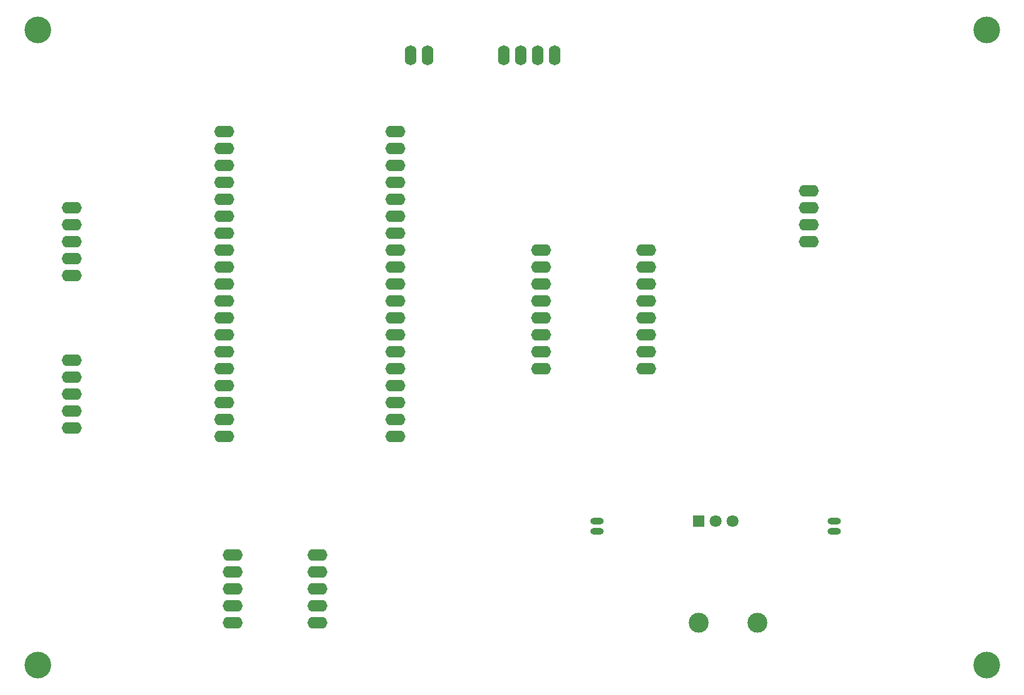
<source format=gbr>
%TF.GenerationSoftware,KiCad,Pcbnew,(5.1.6)-1*%
%TF.CreationDate,2020-07-01T11:51:41-05:00*%
%TF.ProjectId,Covid,436f7669-642e-46b6-9963-61645f706362,rev?*%
%TF.SameCoordinates,Original*%
%TF.FileFunction,Copper,L1,Top*%
%TF.FilePolarity,Positive*%
%FSLAX46Y46*%
G04 Gerber Fmt 4.6, Leading zero omitted, Abs format (unit mm)*
G04 Created by KiCad (PCBNEW (5.1.6)-1) date 2020-07-01 11:51:41*
%MOMM*%
%LPD*%
G01*
G04 APERTURE LIST*
%TA.AperFunction,ComponentPad*%
%ADD10O,3.000000X1.750000*%
%TD*%
%TA.AperFunction,ComponentPad*%
%ADD11O,1.750000X3.000000*%
%TD*%
%TA.AperFunction,ComponentPad*%
%ADD12C,1.800000*%
%TD*%
%TA.AperFunction,ComponentPad*%
%ADD13R,1.800000X1.800000*%
%TD*%
%TA.AperFunction,ComponentPad*%
%ADD14C,3.000000*%
%TD*%
%TA.AperFunction,ComponentPad*%
%ADD15O,2.000000X1.000000*%
%TD*%
%TA.AperFunction,ViaPad*%
%ADD16C,4.000000*%
%TD*%
G04 APERTURE END LIST*
D10*
%TO.P,U3,4*%
%TO.N,GND*%
X151130000Y-66040000D03*
%TO.P,U3,3*%
%TO.N,AUDIO-*%
X151130000Y-68580000D03*
%TO.P,U3,2*%
%TO.N,AUDIO+*%
X151130000Y-71120000D03*
%TO.P,U3,1*%
%TO.N,VCC_12V*%
X151130000Y-73660000D03*
%TD*%
%TO.P,U1,1*%
%TO.N,VCC_3V*%
X63500000Y-57150000D03*
%TO.P,U1,2*%
%TO.N,Net-(U1-Pad2)*%
X63500000Y-59690000D03*
%TO.P,U1,3*%
%TO.N,Net-(U1-Pad3)*%
X63500000Y-62230000D03*
%TO.P,U1,4*%
%TO.N,Net-(U1-Pad4)*%
X63500000Y-64770000D03*
%TO.P,U1,5*%
%TO.N,Net-(U1-Pad5)*%
X63500000Y-67310000D03*
%TO.P,U1,6*%
%TO.N,Net-(U1-Pad6)*%
X63500000Y-69850000D03*
%TO.P,U1,7*%
%TO.N,Net-(U1-Pad7)*%
X63500000Y-72390000D03*
%TO.P,U1,8*%
%TO.N,Net-(U1-Pad8)*%
X63500000Y-74930000D03*
%TO.P,U1,9*%
%TO.N,LASER*%
X63500000Y-77470000D03*
%TO.P,U1,10*%
%TO.N,NO*%
X63500000Y-80010000D03*
%TO.P,U1,11*%
%TO.N,SI*%
X63500000Y-82550000D03*
%TO.P,U1,12*%
%TO.N,Net-(U1-Pad12)*%
X63500000Y-85090000D03*
%TO.P,U1,13*%
%TO.N,Net-(U1-Pad13)*%
X63500000Y-87630000D03*
%TO.P,U1,14*%
%TO.N,GND*%
X63500000Y-90170000D03*
%TO.P,U1,15*%
%TO.N,Net-(U1-Pad15)*%
X63500000Y-92710000D03*
%TO.P,U1,16*%
%TO.N,Net-(U1-Pad16)*%
X63500000Y-95250000D03*
%TO.P,U1,17*%
%TO.N,Net-(U1-Pad17)*%
X63500000Y-97790000D03*
%TO.P,U1,18*%
%TO.N,Net-(U1-Pad18)*%
X63500000Y-100330000D03*
%TO.P,U1,19*%
%TO.N,VCC_5V*%
X63500000Y-102870000D03*
%TO.P,U1,20*%
%TO.N,Net-(U1-Pad20)*%
X89200000Y-102870000D03*
%TO.P,U1,21*%
%TO.N,Net-(U1-Pad21)*%
X89200000Y-100330000D03*
%TO.P,U1,22*%
%TO.N,Net-(U1-Pad22)*%
X89200000Y-97790000D03*
%TO.P,U1,23*%
%TO.N,Net-(U1-Pad23)*%
X89200000Y-95250000D03*
%TO.P,U1,24*%
%TO.N,Net-(U1-Pad24)*%
X89200000Y-92710000D03*
%TO.P,U1,25*%
%TO.N,Net-(U1-Pad25)*%
X89200000Y-90170000D03*
%TO.P,U1,26*%
%TO.N,Net-(U1-Pad26)*%
X89200000Y-87630000D03*
%TO.P,U1,27*%
%TO.N,RX_TX_BAR*%
X89200000Y-85090000D03*
%TO.P,U1,28*%
%TO.N,TX_RX_BAR*%
X89200000Y-82550000D03*
%TO.P,U1,29*%
%TO.N,Net-(U1-Pad29)*%
X89200000Y-80010000D03*
%TO.P,U1,30*%
%TO.N,RX_TX_AUDIO*%
X89200000Y-77470000D03*
%TO.P,U1,31*%
%TO.N,TX_RX_AUDIO*%
X89200000Y-74930000D03*
%TO.P,U1,32*%
%TO.N,GND*%
X89200000Y-72390000D03*
%TO.P,U1,33*%
%TO.N,SDA*%
X89200000Y-69850000D03*
%TO.P,U1,34*%
%TO.N,Net-(U1-Pad34)*%
X89200000Y-67310000D03*
%TO.P,U1,35*%
%TO.N,Net-(U1-Pad35)*%
X89200000Y-64770000D03*
%TO.P,U1,36*%
%TO.N,SCL*%
X89200000Y-62230000D03*
%TO.P,U1,37*%
%TO.N,Net-(U1-Pad37)*%
X89200000Y-59690000D03*
%TO.P,U1,38*%
%TO.N,GND*%
X89200000Y-57150000D03*
%TD*%
D11*
%TO.P,U2,1*%
%TO.N,LASER*%
X91440000Y-45720000D03*
%TO.P,U2,2*%
%TO.N,GND*%
X93980000Y-45720000D03*
%TD*%
D10*
%TO.P,U4,1*%
%TO.N,Net-(U4-Pad1)*%
X64770000Y-120650000D03*
%TO.P,U4,2*%
%TO.N,Net-(U4-Pad2)*%
X64770000Y-123190000D03*
%TO.P,U4,3*%
%TO.N,Net-(U4-Pad3)*%
X64770000Y-125730000D03*
%TO.P,U4,4*%
%TO.N,Net-(U4-Pad4)*%
X64770000Y-128270000D03*
%TO.P,U4,5*%
%TO.N,VCC_5V*%
X64770000Y-130810000D03*
%TO.P,U4,6*%
%TO.N,Net-(U4-Pad6)*%
X77470000Y-130810000D03*
%TO.P,U4,7*%
%TO.N,GND*%
X77470000Y-128270000D03*
%TO.P,U4,8*%
%TO.N,RX_TX_BAR*%
X77470000Y-125730000D03*
%TO.P,U4,9*%
%TO.N,TX_RX_BAR*%
X77470000Y-123190000D03*
%TO.P,U4,10*%
%TO.N,Net-(U4-Pad10)*%
X77470000Y-120650000D03*
%TD*%
%TO.P,U5,1*%
%TO.N,Net-(U5-Pad1)*%
X126760001Y-92710000D03*
%TO.P,U5,2*%
%TO.N,Net-(U5-Pad2)*%
X126760001Y-90170000D03*
%TO.P,U5,3*%
%TO.N,Net-(U5-Pad3)*%
X126760001Y-87630000D03*
%TO.P,U5,4*%
%TO.N,Net-(U5-Pad4)*%
X126760001Y-85090000D03*
%TO.P,U5,5*%
%TO.N,Net-(U5-Pad5)*%
X126760001Y-82550000D03*
%TO.P,U5,6*%
%TO.N,Net-(U5-Pad6)*%
X126760001Y-80010000D03*
%TO.P,U5,7*%
%TO.N,Net-(U5-Pad7)*%
X126760001Y-77470000D03*
%TO.P,U5,8*%
%TO.N,Net-(U5-Pad8)*%
X126760001Y-74930000D03*
%TO.P,U5,9*%
%TO.N,TX_RX_AUDIO*%
X111010001Y-74930000D03*
%TO.P,U5,10*%
%TO.N,RX_TX_AUDIO*%
X111010001Y-77470000D03*
%TO.P,U5,11*%
%TO.N,GND*%
X111010001Y-80010000D03*
%TO.P,U5,12*%
%TO.N,VCC_5V*%
X111010001Y-82550000D03*
%TO.P,U5,13*%
%TO.N,Net-(U5-Pad13)*%
X111010001Y-85090000D03*
%TO.P,U5,14*%
%TO.N,Net-(U5-Pad14)*%
X111010001Y-87630000D03*
%TO.P,U5,15*%
%TO.N,AUDIO-*%
X111010001Y-90170000D03*
%TO.P,U5,16*%
%TO.N,AUDIO+*%
X111010001Y-92710000D03*
%TD*%
D12*
%TO.P,U6,3*%
%TO.N,VCC_5V*%
X139700000Y-115570000D03*
%TO.P,U6,2*%
%TO.N,GND*%
X137160000Y-115570000D03*
D13*
%TO.P,U6,1*%
%TO.N,VCC_12V*%
X134620000Y-115570000D03*
%TD*%
D10*
%TO.P,U7,1*%
%TO.N,VCC_12V*%
X40640000Y-91440000D03*
%TO.P,U7,2*%
%TO.N,GND*%
X40640000Y-93980000D03*
%TO.P,U7,3*%
X40640000Y-96520000D03*
%TO.P,U7,4*%
%TO.N,SI*%
X40640000Y-99060000D03*
%TO.P,U7,5*%
%TO.N,GND*%
X40640000Y-101600000D03*
%TD*%
%TO.P,U8,5*%
%TO.N,GND*%
X40640000Y-78740000D03*
%TO.P,U8,4*%
%TO.N,NO*%
X40640000Y-76200000D03*
%TO.P,U8,3*%
%TO.N,GND*%
X40640000Y-73660000D03*
%TO.P,U8,2*%
X40640000Y-71120000D03*
%TO.P,U8,1*%
%TO.N,VCC_12V*%
X40640000Y-68580000D03*
%TD*%
D11*
%TO.P,U9,1*%
%TO.N,VCC_3V*%
X105410000Y-45720000D03*
%TO.P,U9,2*%
%TO.N,GND*%
X107950000Y-45720000D03*
%TO.P,U9,3*%
%TO.N,SCL*%
X110490000Y-45720000D03*
%TO.P,U9,4*%
%TO.N,SDA*%
X113030000Y-45720000D03*
%TD*%
D14*
%TO.P,U10,1*%
%TO.N,VCC_12V*%
X134620000Y-130810000D03*
%TO.P,U10,2*%
%TO.N,GND*%
X143470000Y-130810000D03*
%TD*%
D15*
%TO.P,C1,1*%
%TO.N,VCC_12V*%
X119380000Y-115570000D03*
%TO.P,C1,2*%
%TO.N,GND*%
X119380000Y-117070000D03*
%TD*%
%TO.P,C2,2*%
%TO.N,GND*%
X154940000Y-117070000D03*
%TO.P,C2,1*%
%TO.N,VCC_5V*%
X154940000Y-115570000D03*
%TD*%
D16*
%TO.N,GND*%
X35560000Y-137160000D03*
X177800000Y-137160000D03*
X177800000Y-41910000D03*
X35560000Y-41910000D03*
%TD*%
M02*

</source>
